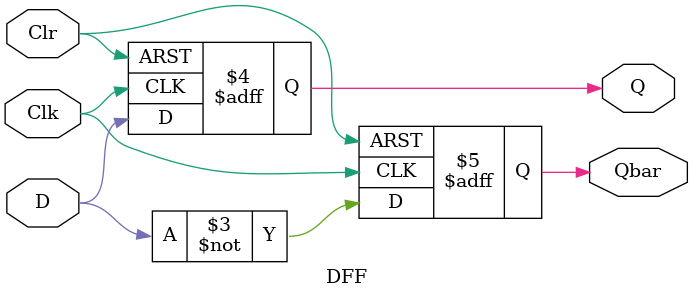
<source format=v>
`timescale 1ns / 1ps


module DFF(
    input Clk,
    input Clr,
    input D,
    output reg Q,
    output reg Qbar
    );
    
    always @(posedge Clk, negedge Clr)
    
    if (Clr==0) begin
    Q<=0;
    Qbar<=1;
    end
    
    else begin 
    Q<=D;
    Qbar=~D;
    end
    
    
endmodule

</source>
